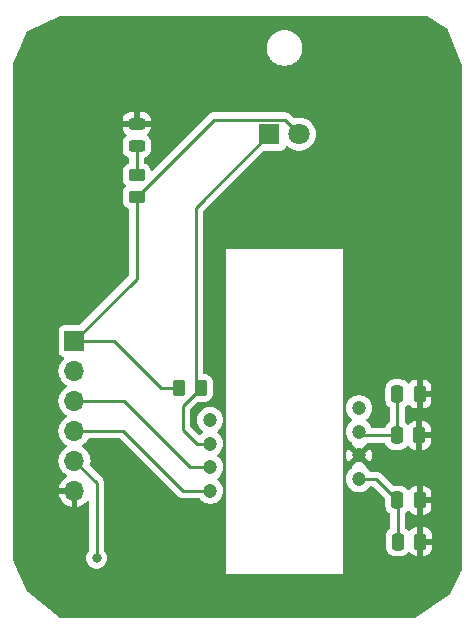
<source format=gbr>
%TF.GenerationSoftware,KiCad,Pcbnew,7.0.8*%
%TF.CreationDate,2023-12-07T15:10:25-06:00*%
%TF.ProjectId,MouseSensors,4d6f7573-6553-4656-9e73-6f72732e6b69,rev?*%
%TF.SameCoordinates,Original*%
%TF.FileFunction,Copper,L1,Top*%
%TF.FilePolarity,Positive*%
%FSLAX46Y46*%
G04 Gerber Fmt 4.6, Leading zero omitted, Abs format (unit mm)*
G04 Created by KiCad (PCBNEW 7.0.8) date 2023-12-07 15:10:25*
%MOMM*%
%LPD*%
G01*
G04 APERTURE LIST*
G04 Aperture macros list*
%AMRoundRect*
0 Rectangle with rounded corners*
0 $1 Rounding radius*
0 $2 $3 $4 $5 $6 $7 $8 $9 X,Y pos of 4 corners*
0 Add a 4 corners polygon primitive as box body*
4,1,4,$2,$3,$4,$5,$6,$7,$8,$9,$2,$3,0*
0 Add four circle primitives for the rounded corners*
1,1,$1+$1,$2,$3*
1,1,$1+$1,$4,$5*
1,1,$1+$1,$6,$7*
1,1,$1+$1,$8,$9*
0 Add four rect primitives between the rounded corners*
20,1,$1+$1,$2,$3,$4,$5,0*
20,1,$1+$1,$4,$5,$6,$7,0*
20,1,$1+$1,$6,$7,$8,$9,0*
20,1,$1+$1,$8,$9,$2,$3,0*%
G04 Aperture macros list end*
%TA.AperFunction,ComponentPad*%
%ADD10C,1.200000*%
%TD*%
%TA.AperFunction,SMDPad,CuDef*%
%ADD11RoundRect,0.250000X0.450000X-0.262500X0.450000X0.262500X-0.450000X0.262500X-0.450000X-0.262500X0*%
%TD*%
%TA.AperFunction,SMDPad,CuDef*%
%ADD12RoundRect,0.250000X-0.262500X-0.450000X0.262500X-0.450000X0.262500X0.450000X-0.262500X0.450000X0*%
%TD*%
%TA.AperFunction,ComponentPad*%
%ADD13R,1.700000X1.700000*%
%TD*%
%TA.AperFunction,ComponentPad*%
%ADD14O,1.700000X1.700000*%
%TD*%
%TA.AperFunction,SMDPad,CuDef*%
%ADD15RoundRect,0.243750X-0.456250X0.243750X-0.456250X-0.243750X0.456250X-0.243750X0.456250X0.243750X0*%
%TD*%
%TA.AperFunction,ComponentPad*%
%ADD16R,1.800000X1.800000*%
%TD*%
%TA.AperFunction,ComponentPad*%
%ADD17C,1.800000*%
%TD*%
%TA.AperFunction,SMDPad,CuDef*%
%ADD18RoundRect,0.250000X-0.250000X-0.475000X0.250000X-0.475000X0.250000X0.475000X-0.250000X0.475000X0*%
%TD*%
%TA.AperFunction,ViaPad*%
%ADD19C,0.800000*%
%TD*%
%TA.AperFunction,Conductor*%
%ADD20C,0.250000*%
%TD*%
G04 APERTURE END LIST*
D10*
%TO.P,U1,1,SDIO*%
%TO.N,5050_SDIO*%
X147717500Y-97200000D03*
%TO.P,U1,2,XY_LED*%
%TO.N,Net-(D1-K)*%
X147717500Y-99200000D03*
%TO.P,U1,3,NReset*%
%TO.N,5050_Reset*%
X147717500Y-101200000D03*
%TO.P,U1,4,NCS*%
%TO.N,5050_NCS*%
X147717500Y-103200000D03*
%TO.P,U1,5,VCC*%
%TO.N,+5V*%
X160317500Y-102200000D03*
%TO.P,U1,6,VSS*%
%TO.N,VSS*%
X160317500Y-100200000D03*
%TO.P,U1,7,REG0*%
%TO.N,Net-(U1-REG0)*%
X160317500Y-98200000D03*
%TO.P,U1,8,SCLK*%
%TO.N,5050_SCLK*%
X160317500Y-96200000D03*
%TD*%
D11*
%TO.P,R2,1*%
%TO.N,+5V*%
X141500000Y-78325000D03*
%TO.P,R2,2*%
%TO.N,Net-(D2-A)*%
X141500000Y-76500000D03*
%TD*%
D12*
%TO.P,R1,1*%
%TO.N,+5V*%
X145087500Y-94500000D03*
%TO.P,R1,2*%
%TO.N,Net-(D1-K)*%
X146912500Y-94500000D03*
%TD*%
D13*
%TO.P,J1,1,Pin_1*%
%TO.N,+5V*%
X136225000Y-90500000D03*
D14*
%TO.P,J1,2,Pin_2*%
%TO.N,5050_SDIO*%
X136225000Y-93040000D03*
%TO.P,J1,3,Pin_3*%
%TO.N,5050_Reset*%
X136225000Y-95580000D03*
%TO.P,J1,4,Pin_4*%
%TO.N,5050_NCS*%
X136225000Y-98120000D03*
%TO.P,J1,5,Pin_5*%
%TO.N,5050_SCLK*%
X136225000Y-100660000D03*
%TO.P,J1,6,Pin_6*%
%TO.N,VSS*%
X136225000Y-103200000D03*
%TD*%
D15*
%TO.P,D2,1,K*%
%TO.N,VSS*%
X141500000Y-72125000D03*
%TO.P,D2,2,A*%
%TO.N,Net-(D2-A)*%
X141500000Y-74000000D03*
%TD*%
D16*
%TO.P,D1,1,K*%
%TO.N,Net-(D1-K)*%
X152725000Y-73000000D03*
D17*
%TO.P,D1,2,A*%
%TO.N,+5V*%
X155265000Y-73000000D03*
%TD*%
D18*
%TO.P,C4,1*%
%TO.N,Net-(U1-REG0)*%
X163550000Y-95000000D03*
%TO.P,C4,2*%
%TO.N,VSS*%
X165450000Y-95000000D03*
%TD*%
%TO.P,C3,1*%
%TO.N,Net-(U1-REG0)*%
X163500000Y-98500000D03*
%TO.P,C3,2*%
%TO.N,VSS*%
X165400000Y-98500000D03*
%TD*%
%TO.P,C2,1*%
%TO.N,+5V*%
X163600000Y-107500000D03*
%TO.P,C2,2*%
%TO.N,VSS*%
X165500000Y-107500000D03*
%TD*%
%TO.P,C1,1*%
%TO.N,+5V*%
X163550000Y-104000000D03*
%TO.P,C1,2*%
%TO.N,VSS*%
X165450000Y-104000000D03*
%TD*%
D19*
%TO.N,5050_SCLK*%
X138100000Y-108900000D03*
%TD*%
D20*
%TO.N,Net-(D1-K)*%
X146500000Y-79225000D02*
X152725000Y-73000000D01*
X146500000Y-94087500D02*
X146500000Y-79225000D01*
X146912500Y-94500000D02*
X146500000Y-94087500D01*
X146600000Y-99200000D02*
X147717500Y-99200000D01*
X145412500Y-98012500D02*
X146600000Y-99200000D01*
X145412500Y-96000000D02*
X145412500Y-98012500D01*
X146912500Y-94500000D02*
X145412500Y-96000000D01*
%TO.N,+5V*%
X139587500Y-90500000D02*
X136225000Y-90500000D01*
X143587500Y-94500000D02*
X139587500Y-90500000D01*
X145087500Y-94500000D02*
X143587500Y-94500000D01*
X148050000Y-71775000D02*
X141500000Y-78325000D01*
X154040000Y-71775000D02*
X148050000Y-71775000D01*
X155265000Y-73000000D02*
X154040000Y-71775000D01*
%TO.N,5050_SCLK*%
X138100000Y-102535000D02*
X136225000Y-100660000D01*
X138100000Y-108900000D02*
X138100000Y-102535000D01*
%TO.N,5050_NCS*%
X136245000Y-98100000D02*
X136225000Y-98120000D01*
X140300000Y-98100000D02*
X136245000Y-98100000D01*
X145400000Y-103200000D02*
X140300000Y-98100000D01*
X147717500Y-103200000D02*
X145400000Y-103200000D01*
%TO.N,5050_Reset*%
X140380000Y-95580000D02*
X136225000Y-95580000D01*
X146000000Y-101200000D02*
X140380000Y-95580000D01*
X147717500Y-101200000D02*
X146000000Y-101200000D01*
%TO.N,Net-(D2-A)*%
X141500000Y-76500000D02*
X141500000Y-74000000D01*
%TO.N,+5V*%
X141500000Y-85225000D02*
X141500000Y-78325000D01*
X136225000Y-90500000D02*
X141500000Y-85225000D01*
%TO.N,Net-(U1-REG0)*%
X163550000Y-95000000D02*
X163550000Y-98450000D01*
X163550000Y-98450000D02*
X163500000Y-98500000D01*
X160617500Y-98500000D02*
X160317500Y-98200000D01*
X163500000Y-98500000D02*
X160617500Y-98500000D01*
%TO.N,+5V*%
X163550000Y-104000000D02*
X161750000Y-102200000D01*
X161750000Y-102200000D02*
X160317500Y-102200000D01*
X163600000Y-104050000D02*
X163550000Y-104000000D01*
X163600000Y-107500000D02*
X163600000Y-104050000D01*
%TD*%
%TA.AperFunction,Conductor*%
%TO.N,VSS*%
G36*
X166028591Y-63016337D02*
G01*
X167713312Y-63979035D01*
X167761751Y-64029386D01*
X167766248Y-64038997D01*
X168989812Y-66975547D01*
X168990462Y-66977108D01*
X169000000Y-67024800D01*
X169000000Y-109970728D01*
X168986909Y-110026182D01*
X168882267Y-110235467D01*
X168870000Y-110260001D01*
X168869951Y-110260099D01*
X168014727Y-111970546D01*
X167972601Y-112018266D01*
X165031239Y-113979174D01*
X164964540Y-113999982D01*
X164962456Y-114000000D01*
X135044263Y-114000000D01*
X134977224Y-113980315D01*
X134965752Y-113971979D01*
X132272390Y-111768319D01*
X132238028Y-111723661D01*
X131561768Y-110235889D01*
X149086916Y-110235889D01*
X149086959Y-110260001D01*
X149087000Y-110260099D01*
X149087116Y-110260382D01*
X149087118Y-110260384D01*
X149087308Y-110260462D01*
X149087500Y-110260541D01*
X149087502Y-110260539D01*
X149112116Y-110260524D01*
X149112116Y-110260528D01*
X149112260Y-110260500D01*
X158912740Y-110260500D01*
X158912883Y-110260528D01*
X158912884Y-110260524D01*
X158937497Y-110260539D01*
X158937500Y-110260541D01*
X158937883Y-110260383D01*
X158938000Y-110260099D01*
X158938041Y-110260000D01*
X158938040Y-110259997D01*
X158938083Y-110235889D01*
X158938000Y-110235467D01*
X158938000Y-102200000D01*
X159212285Y-102200000D01*
X159231102Y-102403082D01*
X159286917Y-102599247D01*
X159286922Y-102599260D01*
X159377827Y-102781821D01*
X159500737Y-102944581D01*
X159651458Y-103081980D01*
X159651460Y-103081982D01*
X159690873Y-103106385D01*
X159824863Y-103189348D01*
X160015044Y-103263024D01*
X160215524Y-103300500D01*
X160215526Y-103300500D01*
X160419474Y-103300500D01*
X160419476Y-103300500D01*
X160619956Y-103263024D01*
X160810137Y-103189348D01*
X160983541Y-103081981D01*
X161111622Y-102965219D01*
X161134262Y-102944581D01*
X161143247Y-102932684D01*
X161186979Y-102874773D01*
X161243088Y-102833137D01*
X161285933Y-102825500D01*
X161439548Y-102825500D01*
X161506587Y-102845185D01*
X161527229Y-102861819D01*
X162513181Y-103847772D01*
X162546666Y-103909095D01*
X162549500Y-103935453D01*
X162549500Y-104525001D01*
X162549501Y-104525019D01*
X162560000Y-104627796D01*
X162560001Y-104627799D01*
X162615115Y-104794119D01*
X162615186Y-104794334D01*
X162707096Y-104943345D01*
X162707289Y-104943657D01*
X162831345Y-105067713D01*
X162831348Y-105067715D01*
X162915595Y-105119678D01*
X162962321Y-105171625D01*
X162974500Y-105225217D01*
X162974500Y-106305621D01*
X162954815Y-106372660D01*
X162915599Y-106411158D01*
X162881346Y-106432285D01*
X162757289Y-106556342D01*
X162665187Y-106705663D01*
X162665185Y-106705668D01*
X162665115Y-106705880D01*
X162610001Y-106872203D01*
X162610001Y-106872204D01*
X162610000Y-106872204D01*
X162599500Y-106974983D01*
X162599500Y-108025001D01*
X162599501Y-108025019D01*
X162610000Y-108127796D01*
X162610001Y-108127799D01*
X162656576Y-108268351D01*
X162665186Y-108294334D01*
X162757288Y-108443656D01*
X162881344Y-108567712D01*
X163030666Y-108659814D01*
X163197203Y-108714999D01*
X163299991Y-108725500D01*
X163900008Y-108725499D01*
X163900016Y-108725498D01*
X163900019Y-108725498D01*
X163956302Y-108719748D01*
X164002797Y-108714999D01*
X164169334Y-108659814D01*
X164318656Y-108567712D01*
X164442712Y-108443656D01*
X164444752Y-108440347D01*
X164446745Y-108438555D01*
X164447193Y-108437989D01*
X164447289Y-108438065D01*
X164496694Y-108393623D01*
X164565656Y-108382395D01*
X164629740Y-108410234D01*
X164655829Y-108440339D01*
X164657681Y-108443341D01*
X164657683Y-108443344D01*
X164781654Y-108567315D01*
X164930875Y-108659356D01*
X164930880Y-108659358D01*
X165097302Y-108714505D01*
X165097309Y-108714506D01*
X165200019Y-108724999D01*
X165249999Y-108724998D01*
X165250000Y-108724998D01*
X165250000Y-107750000D01*
X165750000Y-107750000D01*
X165750000Y-108724999D01*
X165799972Y-108724999D01*
X165799986Y-108724998D01*
X165902697Y-108714505D01*
X166069119Y-108659358D01*
X166069124Y-108659356D01*
X166218345Y-108567315D01*
X166342315Y-108443345D01*
X166434356Y-108294124D01*
X166434358Y-108294119D01*
X166489505Y-108127697D01*
X166489506Y-108127690D01*
X166499999Y-108024986D01*
X166500000Y-108024973D01*
X166500000Y-107750000D01*
X165750000Y-107750000D01*
X165250000Y-107750000D01*
X165250000Y-106275000D01*
X165750000Y-106275000D01*
X165750000Y-107250000D01*
X166499999Y-107250000D01*
X166499999Y-106975028D01*
X166499998Y-106975013D01*
X166489505Y-106872302D01*
X166434358Y-106705880D01*
X166434356Y-106705875D01*
X166342315Y-106556654D01*
X166218345Y-106432684D01*
X166069124Y-106340643D01*
X166069119Y-106340641D01*
X165902697Y-106285494D01*
X165902690Y-106285493D01*
X165799986Y-106275000D01*
X165750000Y-106275000D01*
X165250000Y-106275000D01*
X165249999Y-106274999D01*
X165200029Y-106275000D01*
X165200011Y-106275001D01*
X165097302Y-106285494D01*
X164930880Y-106340641D01*
X164930875Y-106340643D01*
X164781654Y-106432684D01*
X164657683Y-106556655D01*
X164657679Y-106556660D01*
X164655826Y-106559665D01*
X164654018Y-106561290D01*
X164653202Y-106562323D01*
X164653025Y-106562183D01*
X164603874Y-106606385D01*
X164534911Y-106617601D01*
X164470831Y-106589752D01*
X164444753Y-106559653D01*
X164444737Y-106559628D01*
X164442712Y-106556344D01*
X164318656Y-106432288D01*
X164318653Y-106432285D01*
X164284401Y-106411158D01*
X164237678Y-106359210D01*
X164225500Y-106305621D01*
X164225500Y-105161867D01*
X164245185Y-105094828D01*
X164264386Y-105073656D01*
X164263549Y-105072819D01*
X164269053Y-105067315D01*
X164392712Y-104943656D01*
X164394752Y-104940347D01*
X164396745Y-104938555D01*
X164397193Y-104937989D01*
X164397289Y-104938065D01*
X164446694Y-104893623D01*
X164515656Y-104882395D01*
X164579740Y-104910234D01*
X164605829Y-104940339D01*
X164607681Y-104943341D01*
X164607683Y-104943344D01*
X164731654Y-105067315D01*
X164880875Y-105159356D01*
X164880880Y-105159358D01*
X165047302Y-105214505D01*
X165047309Y-105214506D01*
X165150019Y-105224999D01*
X165199999Y-105224998D01*
X165200000Y-105224998D01*
X165200000Y-104250000D01*
X165700000Y-104250000D01*
X165700000Y-105224999D01*
X165749972Y-105224999D01*
X165749986Y-105224998D01*
X165852697Y-105214505D01*
X166019119Y-105159358D01*
X166019124Y-105159356D01*
X166168345Y-105067315D01*
X166292315Y-104943345D01*
X166384356Y-104794124D01*
X166384358Y-104794119D01*
X166439505Y-104627697D01*
X166439506Y-104627690D01*
X166449999Y-104524986D01*
X166450000Y-104524973D01*
X166450000Y-104250000D01*
X165700000Y-104250000D01*
X165200000Y-104250000D01*
X165200000Y-102775000D01*
X165700000Y-102775000D01*
X165700000Y-103750000D01*
X166449999Y-103750000D01*
X166449999Y-103475028D01*
X166449998Y-103475013D01*
X166439505Y-103372302D01*
X166384358Y-103205880D01*
X166384356Y-103205875D01*
X166292315Y-103056654D01*
X166168345Y-102932684D01*
X166019124Y-102840643D01*
X166019119Y-102840641D01*
X165852697Y-102785494D01*
X165852690Y-102785493D01*
X165749986Y-102775000D01*
X165700000Y-102775000D01*
X165200000Y-102775000D01*
X165199999Y-102774999D01*
X165150029Y-102775000D01*
X165150011Y-102775001D01*
X165047302Y-102785494D01*
X164880880Y-102840641D01*
X164880875Y-102840643D01*
X164731654Y-102932684D01*
X164607683Y-103056655D01*
X164607679Y-103056660D01*
X164605826Y-103059665D01*
X164604018Y-103061290D01*
X164603202Y-103062323D01*
X164603025Y-103062183D01*
X164553874Y-103106385D01*
X164484911Y-103117601D01*
X164420831Y-103089752D01*
X164394753Y-103059653D01*
X164394737Y-103059628D01*
X164392712Y-103056344D01*
X164268656Y-102932288D01*
X164119334Y-102840186D01*
X163952797Y-102785001D01*
X163952795Y-102785000D01*
X163850016Y-102774500D01*
X163260453Y-102774500D01*
X163193414Y-102754815D01*
X163172772Y-102738181D01*
X162250803Y-101816212D01*
X162240980Y-101803950D01*
X162240759Y-101804134D01*
X162235786Y-101798123D01*
X162218426Y-101781821D01*
X162185364Y-101750773D01*
X162174919Y-101740328D01*
X162164475Y-101729883D01*
X162158986Y-101725625D01*
X162154561Y-101721847D01*
X162120582Y-101689938D01*
X162120580Y-101689936D01*
X162120577Y-101689935D01*
X162103029Y-101680288D01*
X162086763Y-101669604D01*
X162070933Y-101657325D01*
X162028168Y-101638818D01*
X162022922Y-101636248D01*
X161982093Y-101613803D01*
X161982092Y-101613802D01*
X161962693Y-101608822D01*
X161944281Y-101602518D01*
X161925898Y-101594562D01*
X161925892Y-101594560D01*
X161879874Y-101587272D01*
X161874152Y-101586087D01*
X161829021Y-101574500D01*
X161829019Y-101574500D01*
X161808984Y-101574500D01*
X161789586Y-101572973D01*
X161782162Y-101571797D01*
X161769805Y-101569840D01*
X161769804Y-101569840D01*
X161723416Y-101574225D01*
X161717578Y-101574500D01*
X161285933Y-101574500D01*
X161218894Y-101554815D01*
X161186979Y-101525227D01*
X161134262Y-101455418D01*
X160983541Y-101318019D01*
X160983536Y-101318015D01*
X160950990Y-101297863D01*
X160904354Y-101245835D01*
X160893094Y-101178146D01*
X160898187Y-101134239D01*
X160361901Y-100597953D01*
X160442648Y-100585165D01*
X160555545Y-100527641D01*
X160645141Y-100438045D01*
X160702665Y-100325148D01*
X160715453Y-100244400D01*
X161254965Y-100783912D01*
X161256747Y-100781552D01*
X161256749Y-100781550D01*
X161347613Y-100599069D01*
X161347616Y-100599063D01*
X161403402Y-100402992D01*
X161403403Y-100402989D01*
X161422213Y-100200000D01*
X161422213Y-100199999D01*
X161403403Y-99997010D01*
X161403402Y-99997007D01*
X161347616Y-99800936D01*
X161347613Y-99800930D01*
X161256744Y-99618441D01*
X161254966Y-99616086D01*
X161254965Y-99616085D01*
X160715453Y-100155598D01*
X160702665Y-100074852D01*
X160645141Y-99961955D01*
X160555545Y-99872359D01*
X160442648Y-99814835D01*
X160361901Y-99802046D01*
X160898188Y-99265758D01*
X160897960Y-99263790D01*
X160909788Y-99194929D01*
X160956967Y-99143393D01*
X161021134Y-99125500D01*
X162419699Y-99125500D01*
X162486738Y-99145185D01*
X162532493Y-99197989D01*
X162537403Y-99210492D01*
X162565186Y-99294334D01*
X162657288Y-99443656D01*
X162781344Y-99567712D01*
X162930666Y-99659814D01*
X163097203Y-99714999D01*
X163199991Y-99725500D01*
X163800008Y-99725499D01*
X163800016Y-99725498D01*
X163800019Y-99725498D01*
X163856650Y-99719713D01*
X163902797Y-99714999D01*
X164069334Y-99659814D01*
X164218656Y-99567712D01*
X164342712Y-99443656D01*
X164344752Y-99440347D01*
X164346745Y-99438555D01*
X164347193Y-99437989D01*
X164347289Y-99438065D01*
X164396694Y-99393623D01*
X164465656Y-99382395D01*
X164529740Y-99410234D01*
X164555829Y-99440339D01*
X164557681Y-99443341D01*
X164557683Y-99443344D01*
X164681654Y-99567315D01*
X164830875Y-99659356D01*
X164830880Y-99659358D01*
X164997302Y-99714505D01*
X164997309Y-99714506D01*
X165100019Y-99724999D01*
X165149999Y-99724998D01*
X165150000Y-99724998D01*
X165150000Y-98750000D01*
X165650000Y-98750000D01*
X165650000Y-99724999D01*
X165699972Y-99724999D01*
X165699986Y-99724998D01*
X165802697Y-99714505D01*
X165969119Y-99659358D01*
X165969124Y-99659356D01*
X166118345Y-99567315D01*
X166242315Y-99443345D01*
X166334356Y-99294124D01*
X166334358Y-99294119D01*
X166389505Y-99127697D01*
X166389506Y-99127690D01*
X166399999Y-99024986D01*
X166400000Y-99024973D01*
X166400000Y-98750000D01*
X165650000Y-98750000D01*
X165150000Y-98750000D01*
X165150000Y-97275000D01*
X165650000Y-97275000D01*
X165650000Y-98250000D01*
X166399999Y-98250000D01*
X166399999Y-97975028D01*
X166399998Y-97975013D01*
X166389505Y-97872302D01*
X166334358Y-97705880D01*
X166334356Y-97705875D01*
X166242315Y-97556654D01*
X166118345Y-97432684D01*
X165969124Y-97340643D01*
X165969119Y-97340641D01*
X165802697Y-97285494D01*
X165802690Y-97285493D01*
X165699986Y-97275000D01*
X165650000Y-97275000D01*
X165150000Y-97275000D01*
X165149999Y-97274999D01*
X165100029Y-97275000D01*
X165100011Y-97275001D01*
X164997302Y-97285494D01*
X164830880Y-97340641D01*
X164830875Y-97340643D01*
X164681654Y-97432684D01*
X164557683Y-97556655D01*
X164557679Y-97556660D01*
X164555826Y-97559665D01*
X164554018Y-97561290D01*
X164553202Y-97562323D01*
X164553025Y-97562183D01*
X164503874Y-97606385D01*
X164434911Y-97617601D01*
X164370831Y-97589752D01*
X164344753Y-97559653D01*
X164343317Y-97557325D01*
X164342712Y-97556344D01*
X164218656Y-97432288D01*
X164213549Y-97427181D01*
X164215435Y-97425294D01*
X164182212Y-97378375D01*
X164175500Y-97338132D01*
X164175500Y-96194377D01*
X164195185Y-96127338D01*
X164234406Y-96088837D01*
X164268654Y-96067713D01*
X164268653Y-96067713D01*
X164268656Y-96067712D01*
X164392712Y-95943656D01*
X164394752Y-95940347D01*
X164396745Y-95938555D01*
X164397193Y-95937989D01*
X164397289Y-95938065D01*
X164446694Y-95893623D01*
X164515656Y-95882395D01*
X164579740Y-95910234D01*
X164605829Y-95940339D01*
X164607681Y-95943341D01*
X164607683Y-95943344D01*
X164731654Y-96067315D01*
X164880875Y-96159356D01*
X164880880Y-96159358D01*
X165047302Y-96214505D01*
X165047309Y-96214506D01*
X165150019Y-96224999D01*
X165199999Y-96224998D01*
X165200000Y-96224998D01*
X165200000Y-95250000D01*
X165700000Y-95250000D01*
X165700000Y-96224999D01*
X165749972Y-96224999D01*
X165749986Y-96224998D01*
X165852697Y-96214505D01*
X166019119Y-96159358D01*
X166019124Y-96159356D01*
X166168345Y-96067315D01*
X166292315Y-95943345D01*
X166384356Y-95794124D01*
X166384358Y-95794119D01*
X166439505Y-95627697D01*
X166439506Y-95627690D01*
X166449999Y-95524986D01*
X166450000Y-95524973D01*
X166450000Y-95250000D01*
X165700000Y-95250000D01*
X165200000Y-95250000D01*
X165200000Y-93775000D01*
X165700000Y-93775000D01*
X165700000Y-94750000D01*
X166449999Y-94750000D01*
X166449999Y-94475028D01*
X166449998Y-94475013D01*
X166439505Y-94372302D01*
X166384358Y-94205880D01*
X166384356Y-94205875D01*
X166292315Y-94056654D01*
X166168345Y-93932684D01*
X166019124Y-93840643D01*
X166019119Y-93840641D01*
X165852697Y-93785494D01*
X165852690Y-93785493D01*
X165749986Y-93775000D01*
X165700000Y-93775000D01*
X165200000Y-93775000D01*
X165199999Y-93774999D01*
X165150029Y-93775000D01*
X165150011Y-93775001D01*
X165047302Y-93785494D01*
X164880880Y-93840641D01*
X164880875Y-93840643D01*
X164731654Y-93932684D01*
X164607683Y-94056655D01*
X164607679Y-94056660D01*
X164605826Y-94059665D01*
X164604018Y-94061290D01*
X164603202Y-94062323D01*
X164603025Y-94062183D01*
X164553874Y-94106385D01*
X164484911Y-94117601D01*
X164420831Y-94089752D01*
X164394753Y-94059653D01*
X164394737Y-94059628D01*
X164392712Y-94056344D01*
X164268656Y-93932288D01*
X164119334Y-93840186D01*
X163952797Y-93785001D01*
X163952795Y-93785000D01*
X163850010Y-93774500D01*
X163249998Y-93774500D01*
X163249980Y-93774501D01*
X163147203Y-93785000D01*
X163147200Y-93785001D01*
X162980668Y-93840185D01*
X162980663Y-93840187D01*
X162831342Y-93932289D01*
X162707289Y-94056342D01*
X162615187Y-94205663D01*
X162615185Y-94205668D01*
X162608731Y-94225145D01*
X162560001Y-94372203D01*
X162560001Y-94372204D01*
X162560000Y-94372204D01*
X162549500Y-94474983D01*
X162549500Y-95525001D01*
X162549501Y-95525019D01*
X162560000Y-95627796D01*
X162560001Y-95627799D01*
X162615185Y-95794331D01*
X162615187Y-95794336D01*
X162633548Y-95824104D01*
X162707096Y-95943345D01*
X162707289Y-95943657D01*
X162831345Y-96067713D01*
X162865594Y-96088837D01*
X162912320Y-96140784D01*
X162924500Y-96194377D01*
X162924500Y-97274781D01*
X162904815Y-97341820D01*
X162865597Y-97380319D01*
X162781347Y-97432285D01*
X162781343Y-97432288D01*
X162657289Y-97556342D01*
X162565187Y-97705663D01*
X162565185Y-97705668D01*
X162537405Y-97789504D01*
X162497632Y-97846949D01*
X162433116Y-97873772D01*
X162419699Y-97874500D01*
X161461583Y-97874500D01*
X161394544Y-97854815D01*
X161350583Y-97805771D01*
X161257174Y-97618180D01*
X161134262Y-97455418D01*
X160983542Y-97318019D01*
X160972223Y-97311011D01*
X160963204Y-97305426D01*
X160916569Y-97253401D01*
X160905464Y-97184419D01*
X160933416Y-97120385D01*
X160963203Y-97094573D01*
X160983541Y-97081981D01*
X161134264Y-96944579D01*
X161257173Y-96781821D01*
X161348082Y-96599250D01*
X161403897Y-96403083D01*
X161422715Y-96200000D01*
X161403897Y-95996917D01*
X161348082Y-95800750D01*
X161344888Y-95794336D01*
X161261962Y-95627797D01*
X161257173Y-95618179D01*
X161134264Y-95455421D01*
X161134262Y-95455418D01*
X160983541Y-95318019D01*
X160983539Y-95318017D01*
X160810142Y-95210655D01*
X160810135Y-95210651D01*
X160641146Y-95145185D01*
X160619956Y-95136976D01*
X160419476Y-95099500D01*
X160215524Y-95099500D01*
X160015044Y-95136976D01*
X160015041Y-95136976D01*
X160015041Y-95136977D01*
X159824864Y-95210651D01*
X159824857Y-95210655D01*
X159651460Y-95318017D01*
X159651458Y-95318019D01*
X159500737Y-95455418D01*
X159377827Y-95618178D01*
X159286922Y-95800739D01*
X159286917Y-95800752D01*
X159231102Y-95996917D01*
X159212285Y-96199999D01*
X159212285Y-96200000D01*
X159231102Y-96403082D01*
X159286917Y-96599247D01*
X159286922Y-96599260D01*
X159377827Y-96781821D01*
X159500737Y-96944581D01*
X159630398Y-97062782D01*
X159651459Y-97081981D01*
X159671794Y-97094572D01*
X159671796Y-97094573D01*
X159718431Y-97146601D01*
X159729535Y-97215583D01*
X159701582Y-97279617D01*
X159671796Y-97305427D01*
X159651457Y-97318020D01*
X159500737Y-97455418D01*
X159377827Y-97618178D01*
X159286922Y-97800739D01*
X159286917Y-97800752D01*
X159231102Y-97996917D01*
X159212285Y-98199999D01*
X159212285Y-98200000D01*
X159231102Y-98403082D01*
X159286917Y-98599247D01*
X159286922Y-98599260D01*
X159377827Y-98781821D01*
X159500737Y-98944581D01*
X159651458Y-99081980D01*
X159651460Y-99081982D01*
X159684007Y-99102134D01*
X159730643Y-99154161D01*
X159741904Y-99221850D01*
X159736810Y-99265758D01*
X160273099Y-99802046D01*
X160192352Y-99814835D01*
X160079455Y-99872359D01*
X159989859Y-99961955D01*
X159932335Y-100074852D01*
X159919546Y-100155598D01*
X159380033Y-99616085D01*
X159378254Y-99618443D01*
X159287386Y-99800930D01*
X159287383Y-99800936D01*
X159231597Y-99997007D01*
X159231596Y-99997010D01*
X159212787Y-100199999D01*
X159212787Y-100200000D01*
X159231596Y-100402989D01*
X159231597Y-100402992D01*
X159287383Y-100599063D01*
X159287386Y-100599069D01*
X159378254Y-100781556D01*
X159378255Y-100781557D01*
X159380033Y-100783912D01*
X159919546Y-100244400D01*
X159932335Y-100325148D01*
X159989859Y-100438045D01*
X160079455Y-100527641D01*
X160192352Y-100585165D01*
X160273099Y-100597953D01*
X159736810Y-101134240D01*
X159741905Y-101178148D01*
X159730077Y-101247009D01*
X159684009Y-101297865D01*
X159651457Y-101318020D01*
X159500737Y-101455418D01*
X159377827Y-101618178D01*
X159286922Y-101800739D01*
X159286917Y-101800752D01*
X159231102Y-101996917D01*
X159212285Y-102199999D01*
X159212285Y-102200000D01*
X158938000Y-102200000D01*
X158938000Y-82784759D01*
X158938028Y-82784616D01*
X158938024Y-82784616D01*
X158938039Y-82760002D01*
X158938041Y-82760000D01*
X158937962Y-82759808D01*
X158937884Y-82759618D01*
X158937882Y-82759616D01*
X158937599Y-82759500D01*
X158937500Y-82759459D01*
X158912946Y-82759459D01*
X158912740Y-82759500D01*
X149112260Y-82759500D01*
X149112054Y-82759459D01*
X149087500Y-82759459D01*
X149087401Y-82759500D01*
X149087117Y-82759616D01*
X149087115Y-82759618D01*
X149086959Y-82759999D01*
X149086976Y-82784616D01*
X149086971Y-82784616D01*
X149087000Y-82784759D01*
X149087000Y-110235467D01*
X149086916Y-110235889D01*
X131561768Y-110235889D01*
X131011115Y-109024453D01*
X131000000Y-108973141D01*
X131000000Y-100660000D01*
X134869341Y-100660000D01*
X134889936Y-100895403D01*
X134889938Y-100895413D01*
X134951094Y-101123655D01*
X134951096Y-101123659D01*
X134951097Y-101123663D01*
X135032328Y-101297863D01*
X135050965Y-101337830D01*
X135050967Y-101337834D01*
X135186501Y-101531395D01*
X135186506Y-101531402D01*
X135353597Y-101698493D01*
X135353603Y-101698498D01*
X135398421Y-101729880D01*
X135534979Y-101825499D01*
X135539594Y-101828730D01*
X135583219Y-101883307D01*
X135590413Y-101952805D01*
X135558890Y-102015160D01*
X135539595Y-102031880D01*
X135353922Y-102161890D01*
X135353920Y-102161891D01*
X135186891Y-102328920D01*
X135186886Y-102328926D01*
X135051400Y-102522420D01*
X135051399Y-102522422D01*
X134951570Y-102736507D01*
X134951567Y-102736513D01*
X134894364Y-102949999D01*
X134894364Y-102950000D01*
X135791314Y-102950000D01*
X135765507Y-102990156D01*
X135725000Y-103128111D01*
X135725000Y-103271889D01*
X135765507Y-103409844D01*
X135791314Y-103450000D01*
X134894364Y-103450000D01*
X134951567Y-103663486D01*
X134951570Y-103663492D01*
X135051399Y-103877578D01*
X135186894Y-104071082D01*
X135353917Y-104238105D01*
X135547421Y-104373600D01*
X135761507Y-104473429D01*
X135761516Y-104473433D01*
X135975000Y-104530634D01*
X135975000Y-103635501D01*
X136082685Y-103684680D01*
X136189237Y-103700000D01*
X136260763Y-103700000D01*
X136367315Y-103684680D01*
X136475000Y-103635501D01*
X136475000Y-104530633D01*
X136688483Y-104473433D01*
X136688492Y-104473429D01*
X136902578Y-104373600D01*
X137096082Y-104238105D01*
X137262819Y-104071369D01*
X137324142Y-104037884D01*
X137393834Y-104042868D01*
X137449767Y-104084740D01*
X137474184Y-104150204D01*
X137474500Y-104159050D01*
X137474500Y-108201312D01*
X137454815Y-108268351D01*
X137442650Y-108284284D01*
X137367466Y-108367784D01*
X137272821Y-108531715D01*
X137272818Y-108531722D01*
X137231199Y-108659814D01*
X137214326Y-108711744D01*
X137194540Y-108900000D01*
X137214326Y-109088256D01*
X137214327Y-109088259D01*
X137272818Y-109268277D01*
X137272821Y-109268284D01*
X137367467Y-109432216D01*
X137494129Y-109572888D01*
X137647265Y-109684148D01*
X137647270Y-109684151D01*
X137820192Y-109761142D01*
X137820197Y-109761144D01*
X138005354Y-109800500D01*
X138005355Y-109800500D01*
X138194644Y-109800500D01*
X138194646Y-109800500D01*
X138379803Y-109761144D01*
X138552730Y-109684151D01*
X138705871Y-109572888D01*
X138832533Y-109432216D01*
X138927179Y-109268284D01*
X138985674Y-109088256D01*
X139005460Y-108900000D01*
X138985674Y-108711744D01*
X138927179Y-108531716D01*
X138832533Y-108367784D01*
X138757350Y-108284284D01*
X138727120Y-108221292D01*
X138725500Y-108201312D01*
X138725500Y-102617737D01*
X138727224Y-102602123D01*
X138726938Y-102602096D01*
X138727672Y-102594333D01*
X138725500Y-102525202D01*
X138725500Y-102495651D01*
X138725500Y-102495650D01*
X138724629Y-102488759D01*
X138724172Y-102482945D01*
X138722709Y-102436374D01*
X138722709Y-102436372D01*
X138717120Y-102417137D01*
X138713174Y-102398084D01*
X138710664Y-102378208D01*
X138693501Y-102334859D01*
X138691614Y-102329346D01*
X138691490Y-102328920D01*
X138678617Y-102284610D01*
X138668421Y-102267369D01*
X138659860Y-102249893D01*
X138652486Y-102231269D01*
X138652486Y-102231267D01*
X138641090Y-102215583D01*
X138625083Y-102193550D01*
X138621900Y-102188705D01*
X138598170Y-102148579D01*
X138598165Y-102148573D01*
X138584005Y-102134413D01*
X138571370Y-102119620D01*
X138559593Y-102103412D01*
X138523693Y-102073713D01*
X138519381Y-102069790D01*
X137565237Y-101115646D01*
X137531752Y-101054323D01*
X137533142Y-100995876D01*
X137560063Y-100895408D01*
X137580659Y-100660000D01*
X137560063Y-100424592D01*
X137502739Y-100210652D01*
X137498905Y-100196344D01*
X137498904Y-100196343D01*
X137498903Y-100196337D01*
X137399035Y-99982171D01*
X137372715Y-99944581D01*
X137263494Y-99788597D01*
X137096402Y-99621506D01*
X137096396Y-99621501D01*
X136910842Y-99491575D01*
X136867217Y-99436998D01*
X136860023Y-99367500D01*
X136891546Y-99305145D01*
X136910842Y-99288425D01*
X136947118Y-99263024D01*
X137096401Y-99158495D01*
X137263495Y-98991401D01*
X137399035Y-98797830D01*
X137399375Y-98797100D01*
X137399609Y-98796834D01*
X137401740Y-98793144D01*
X137402481Y-98793572D01*
X137445542Y-98744660D01*
X137511759Y-98725500D01*
X139989548Y-98725500D01*
X140056587Y-98745185D01*
X140077229Y-98761819D01*
X144899197Y-103583788D01*
X144909022Y-103596051D01*
X144909243Y-103595869D01*
X144914214Y-103601878D01*
X144938786Y-103624952D01*
X144964635Y-103649226D01*
X144985529Y-103670120D01*
X144991011Y-103674373D01*
X144995443Y-103678157D01*
X145029418Y-103710062D01*
X145046976Y-103719714D01*
X145063235Y-103730395D01*
X145079064Y-103742673D01*
X145121838Y-103761182D01*
X145127056Y-103763738D01*
X145167908Y-103786197D01*
X145187316Y-103791180D01*
X145205717Y-103797480D01*
X145224104Y-103805437D01*
X145267488Y-103812308D01*
X145270119Y-103812725D01*
X145275839Y-103813909D01*
X145320981Y-103825500D01*
X145341016Y-103825500D01*
X145360414Y-103827026D01*
X145380194Y-103830159D01*
X145380195Y-103830160D01*
X145380195Y-103830159D01*
X145380196Y-103830160D01*
X145426584Y-103825775D01*
X145432422Y-103825500D01*
X146749067Y-103825500D01*
X146816106Y-103845185D01*
X146848021Y-103874773D01*
X146900737Y-103944581D01*
X147051458Y-104081980D01*
X147051460Y-104081982D01*
X147150641Y-104143392D01*
X147224863Y-104189348D01*
X147415044Y-104263024D01*
X147615524Y-104300500D01*
X147615526Y-104300500D01*
X147819474Y-104300500D01*
X147819476Y-104300500D01*
X148019956Y-104263024D01*
X148210137Y-104189348D01*
X148383541Y-104081981D01*
X148534264Y-103944579D01*
X148657173Y-103781821D01*
X148748082Y-103599250D01*
X148803897Y-103403083D01*
X148822715Y-103200000D01*
X148814040Y-103106385D01*
X148803897Y-102996917D01*
X148790548Y-102950000D01*
X148748082Y-102800750D01*
X148740485Y-102785494D01*
X148697915Y-102700000D01*
X148657173Y-102618179D01*
X148564644Y-102495651D01*
X148534262Y-102455418D01*
X148383542Y-102318019D01*
X148372223Y-102311011D01*
X148363204Y-102305426D01*
X148316569Y-102253401D01*
X148305464Y-102184419D01*
X148333416Y-102120385D01*
X148363203Y-102094573D01*
X148383541Y-102081981D01*
X148478886Y-101995063D01*
X148534262Y-101944581D01*
X148580534Y-101883307D01*
X148657173Y-101781821D01*
X148748082Y-101599250D01*
X148803897Y-101403083D01*
X148822715Y-101200000D01*
X148816621Y-101134239D01*
X148803897Y-100996917D01*
X148775013Y-100895403D01*
X148748082Y-100800750D01*
X148657173Y-100618179D01*
X148534264Y-100455421D01*
X148534262Y-100455418D01*
X148383542Y-100318019D01*
X148372223Y-100311011D01*
X148363204Y-100305426D01*
X148316569Y-100253401D01*
X148305464Y-100184419D01*
X148333416Y-100120385D01*
X148363203Y-100094573D01*
X148383541Y-100081981D01*
X148476753Y-99997007D01*
X148534262Y-99944581D01*
X148534264Y-99944579D01*
X148657173Y-99781821D01*
X148748082Y-99599250D01*
X148803897Y-99403083D01*
X148822715Y-99200000D01*
X148818467Y-99154161D01*
X148803897Y-98996917D01*
X148789005Y-98944579D01*
X148748082Y-98800750D01*
X148746132Y-98796834D01*
X148703772Y-98711764D01*
X148657173Y-98618179D01*
X148534264Y-98455421D01*
X148534262Y-98455418D01*
X148383542Y-98318019D01*
X148372223Y-98311011D01*
X148363204Y-98305426D01*
X148316569Y-98253401D01*
X148305464Y-98184419D01*
X148333416Y-98120385D01*
X148363203Y-98094573D01*
X148383541Y-98081981D01*
X148500863Y-97975028D01*
X148534262Y-97944581D01*
X148535120Y-97943445D01*
X148657173Y-97781821D01*
X148748082Y-97599250D01*
X148803897Y-97403083D01*
X148822715Y-97200000D01*
X148803897Y-96996917D01*
X148748082Y-96800750D01*
X148722027Y-96748425D01*
X148703772Y-96711764D01*
X148657173Y-96618179D01*
X148534264Y-96455421D01*
X148534262Y-96455418D01*
X148383541Y-96318019D01*
X148383539Y-96318017D01*
X148210142Y-96210655D01*
X148210135Y-96210651D01*
X148077726Y-96159356D01*
X148019956Y-96136976D01*
X147819476Y-96099500D01*
X147615524Y-96099500D01*
X147415044Y-96136976D01*
X147415041Y-96136976D01*
X147415041Y-96136977D01*
X147224864Y-96210651D01*
X147224857Y-96210655D01*
X147051460Y-96318017D01*
X147051458Y-96318019D01*
X146900737Y-96455418D01*
X146777827Y-96618178D01*
X146686922Y-96800739D01*
X146686917Y-96800752D01*
X146631102Y-96996917D01*
X146612285Y-97199999D01*
X146612285Y-97200000D01*
X146631102Y-97403082D01*
X146686917Y-97599247D01*
X146686922Y-97599260D01*
X146777827Y-97781821D01*
X146900737Y-97944581D01*
X146986007Y-98022314D01*
X147051459Y-98081981D01*
X147071794Y-98094572D01*
X147071796Y-98094573D01*
X147118431Y-98146601D01*
X147129535Y-98215583D01*
X147101582Y-98279617D01*
X147071796Y-98305427D01*
X147051460Y-98318018D01*
X146904155Y-98452303D01*
X146841350Y-98482919D01*
X146771963Y-98474721D01*
X146732936Y-98448346D01*
X146434008Y-98149418D01*
X146074319Y-97789728D01*
X146040834Y-97728405D01*
X146038000Y-97702047D01*
X146038000Y-96310451D01*
X146057685Y-96243412D01*
X146074315Y-96222774D01*
X146560272Y-95736816D01*
X146621593Y-95703333D01*
X146647942Y-95700499D01*
X147225008Y-95700499D01*
X147225016Y-95700498D01*
X147225019Y-95700498D01*
X147281302Y-95694748D01*
X147327797Y-95689999D01*
X147494334Y-95634814D01*
X147643656Y-95542712D01*
X147767712Y-95418656D01*
X147859814Y-95269334D01*
X147914999Y-95102797D01*
X147925500Y-95000009D01*
X147925499Y-93999992D01*
X147914999Y-93897203D01*
X147859814Y-93730666D01*
X147767712Y-93581344D01*
X147643656Y-93457288D01*
X147510406Y-93375099D01*
X147494336Y-93365187D01*
X147494331Y-93365185D01*
X147492862Y-93364698D01*
X147327797Y-93310001D01*
X147327794Y-93310000D01*
X147236897Y-93300714D01*
X147172205Y-93274317D01*
X147132054Y-93217136D01*
X147125500Y-93177356D01*
X147125500Y-79535452D01*
X147145185Y-79468413D01*
X147161819Y-79447771D01*
X152172772Y-74436818D01*
X152234095Y-74403333D01*
X152260453Y-74400499D01*
X153672871Y-74400499D01*
X153672872Y-74400499D01*
X153732483Y-74394091D01*
X153867331Y-74343796D01*
X153982546Y-74257546D01*
X154068796Y-74142331D01*
X154097455Y-74065493D01*
X154139326Y-74009559D01*
X154204790Y-73985141D01*
X154273063Y-73999992D01*
X154304866Y-74024843D01*
X154312302Y-74032920D01*
X154313215Y-74033912D01*
X154313222Y-74033918D01*
X154496365Y-74176464D01*
X154496371Y-74176468D01*
X154496374Y-74176470D01*
X154700497Y-74286936D01*
X154814487Y-74326068D01*
X154920015Y-74362297D01*
X154920017Y-74362297D01*
X154920019Y-74362298D01*
X155148951Y-74400500D01*
X155148952Y-74400500D01*
X155381048Y-74400500D01*
X155381049Y-74400500D01*
X155609981Y-74362298D01*
X155829503Y-74286936D01*
X156033626Y-74176470D01*
X156216784Y-74033913D01*
X156373979Y-73863153D01*
X156500924Y-73668849D01*
X156594157Y-73456300D01*
X156651134Y-73231305D01*
X156651135Y-73231297D01*
X156670300Y-73000006D01*
X156670300Y-72999993D01*
X156651135Y-72768702D01*
X156651133Y-72768691D01*
X156594157Y-72543699D01*
X156500924Y-72331151D01*
X156373983Y-72136852D01*
X156373980Y-72136849D01*
X156373979Y-72136847D01*
X156216784Y-71966087D01*
X156216779Y-71966083D01*
X156216777Y-71966081D01*
X156033634Y-71823535D01*
X156033628Y-71823531D01*
X155829504Y-71713064D01*
X155829495Y-71713061D01*
X155609984Y-71637702D01*
X155438282Y-71609050D01*
X155381049Y-71599500D01*
X155148951Y-71599500D01*
X155110795Y-71605867D01*
X154920014Y-71637702D01*
X154894419Y-71646489D01*
X154824620Y-71649637D01*
X154766478Y-71616888D01*
X154540803Y-71391212D01*
X154530980Y-71378950D01*
X154530759Y-71379134D01*
X154525786Y-71373123D01*
X154507159Y-71355631D01*
X154475364Y-71325773D01*
X154464919Y-71315328D01*
X154454475Y-71304883D01*
X154448986Y-71300625D01*
X154444561Y-71296847D01*
X154410582Y-71264938D01*
X154410580Y-71264936D01*
X154410577Y-71264935D01*
X154393029Y-71255288D01*
X154376763Y-71244604D01*
X154360933Y-71232325D01*
X154318168Y-71213818D01*
X154312922Y-71211248D01*
X154272093Y-71188803D01*
X154272092Y-71188802D01*
X154252693Y-71183822D01*
X154234281Y-71177518D01*
X154215898Y-71169562D01*
X154215892Y-71169560D01*
X154169874Y-71162272D01*
X154164152Y-71161087D01*
X154119021Y-71149500D01*
X154119019Y-71149500D01*
X154098984Y-71149500D01*
X154079586Y-71147973D01*
X154072162Y-71146797D01*
X154059805Y-71144840D01*
X154059804Y-71144840D01*
X154013416Y-71149225D01*
X154007578Y-71149500D01*
X148132743Y-71149500D01*
X148117122Y-71147775D01*
X148117096Y-71148061D01*
X148109334Y-71147327D01*
X148109333Y-71147327D01*
X148040186Y-71149500D01*
X148010649Y-71149500D01*
X148003766Y-71150369D01*
X147997949Y-71150826D01*
X147951373Y-71152290D01*
X147932129Y-71157881D01*
X147913079Y-71161825D01*
X147893211Y-71164334D01*
X147849884Y-71181488D01*
X147844358Y-71183379D01*
X147799614Y-71196379D01*
X147799610Y-71196381D01*
X147782366Y-71206579D01*
X147764905Y-71215133D01*
X147746274Y-71222510D01*
X147746262Y-71222517D01*
X147708570Y-71249902D01*
X147703687Y-71253109D01*
X147663580Y-71276829D01*
X147649414Y-71290995D01*
X147634624Y-71303627D01*
X147618414Y-71315404D01*
X147618411Y-71315407D01*
X147588710Y-71351309D01*
X147584777Y-71355631D01*
X142873394Y-76067014D01*
X142812071Y-76100499D01*
X142742379Y-76095515D01*
X142686446Y-76053643D01*
X142668007Y-76018337D01*
X142634814Y-75918166D01*
X142542712Y-75768844D01*
X142418656Y-75644788D01*
X142269334Y-75552686D01*
X142210493Y-75533188D01*
X142153051Y-75493416D01*
X142126228Y-75428900D01*
X142125500Y-75415483D01*
X142125500Y-75061254D01*
X142145185Y-74994215D01*
X142197989Y-74948460D01*
X142210492Y-74943549D01*
X142272925Y-74922862D01*
X142421003Y-74831526D01*
X142544026Y-74708503D01*
X142635362Y-74560425D01*
X142690087Y-74395275D01*
X142700500Y-74293348D01*
X142700500Y-73706652D01*
X142690087Y-73604725D01*
X142635362Y-73439575D01*
X142635358Y-73439569D01*
X142635357Y-73439566D01*
X142544028Y-73291500D01*
X142544025Y-73291496D01*
X142421003Y-73168474D01*
X142420995Y-73168468D01*
X142419812Y-73167738D01*
X142419171Y-73167025D01*
X142415336Y-73163993D01*
X142415854Y-73163337D01*
X142373091Y-73115787D01*
X142361875Y-73046823D01*
X142389723Y-72982743D01*
X142415123Y-72960738D01*
X142415023Y-72960612D01*
X142417842Y-72958382D01*
X142419832Y-72956659D01*
X142420692Y-72956128D01*
X142543629Y-72833191D01*
X142634903Y-72685214D01*
X142634905Y-72685209D01*
X142689592Y-72520173D01*
X142699999Y-72418315D01*
X142700000Y-72418302D01*
X142700000Y-72375000D01*
X140300000Y-72375000D01*
X140300000Y-72418315D01*
X140310407Y-72520173D01*
X140365094Y-72685209D01*
X140365096Y-72685214D01*
X140456370Y-72833191D01*
X140579309Y-72956130D01*
X140580173Y-72956663D01*
X140580641Y-72957183D01*
X140584977Y-72960612D01*
X140584391Y-72961352D01*
X140626901Y-73008608D01*
X140638126Y-73077570D01*
X140610286Y-73141654D01*
X140584601Y-73163914D01*
X140584664Y-73163993D01*
X140582912Y-73165378D01*
X140580194Y-73167734D01*
X140579005Y-73168467D01*
X140578996Y-73168474D01*
X140455974Y-73291496D01*
X140455971Y-73291500D01*
X140364642Y-73439566D01*
X140364637Y-73439577D01*
X140309913Y-73604723D01*
X140299500Y-73706644D01*
X140299500Y-74293355D01*
X140309913Y-74395276D01*
X140364637Y-74560422D01*
X140364642Y-74560433D01*
X140455971Y-74708499D01*
X140455974Y-74708503D01*
X140578996Y-74831525D01*
X140579000Y-74831528D01*
X140727066Y-74922857D01*
X140727069Y-74922858D01*
X140727075Y-74922862D01*
X140789503Y-74943548D01*
X140846948Y-74983320D01*
X140873772Y-75047836D01*
X140874500Y-75061254D01*
X140874500Y-75415483D01*
X140854815Y-75482522D01*
X140802011Y-75528277D01*
X140789510Y-75533186D01*
X140730666Y-75552686D01*
X140730663Y-75552687D01*
X140581342Y-75644789D01*
X140457289Y-75768842D01*
X140365187Y-75918163D01*
X140365186Y-75918166D01*
X140310001Y-76084703D01*
X140310001Y-76084704D01*
X140310000Y-76084704D01*
X140299500Y-76187483D01*
X140299500Y-76812501D01*
X140299501Y-76812519D01*
X140310000Y-76915296D01*
X140310001Y-76915299D01*
X140365185Y-77081831D01*
X140365187Y-77081836D01*
X140457289Y-77231157D01*
X140550951Y-77324819D01*
X140584436Y-77386142D01*
X140579452Y-77455834D01*
X140550951Y-77500181D01*
X140457289Y-77593842D01*
X140365187Y-77743163D01*
X140365186Y-77743166D01*
X140310001Y-77909703D01*
X140310001Y-77909704D01*
X140310000Y-77909704D01*
X140299500Y-78012483D01*
X140299500Y-78637501D01*
X140299501Y-78637519D01*
X140310000Y-78740296D01*
X140310001Y-78740299D01*
X140365185Y-78906831D01*
X140365187Y-78906836D01*
X140391511Y-78949514D01*
X140457288Y-79056156D01*
X140581344Y-79180212D01*
X140730666Y-79272314D01*
X140730668Y-79272315D01*
X140751110Y-79279088D01*
X140789502Y-79291810D01*
X140846947Y-79331581D01*
X140873772Y-79396096D01*
X140874500Y-79409516D01*
X140874500Y-84914546D01*
X140854815Y-84981585D01*
X140838181Y-85002227D01*
X136727226Y-89113181D01*
X136665903Y-89146666D01*
X136639545Y-89149500D01*
X135327129Y-89149500D01*
X135327123Y-89149501D01*
X135267516Y-89155908D01*
X135132671Y-89206202D01*
X135132664Y-89206206D01*
X135017455Y-89292452D01*
X135017452Y-89292455D01*
X134931206Y-89407664D01*
X134931202Y-89407671D01*
X134880908Y-89542517D01*
X134874501Y-89602116D01*
X134874500Y-89602135D01*
X134874500Y-91397870D01*
X134874501Y-91397876D01*
X134880908Y-91457483D01*
X134931202Y-91592328D01*
X134931206Y-91592335D01*
X135017452Y-91707544D01*
X135017455Y-91707547D01*
X135132664Y-91793793D01*
X135132671Y-91793797D01*
X135264081Y-91842810D01*
X135320015Y-91884681D01*
X135344432Y-91950145D01*
X135329580Y-92018418D01*
X135308430Y-92046673D01*
X135186503Y-92168600D01*
X135050965Y-92362169D01*
X135050964Y-92362171D01*
X134951098Y-92576335D01*
X134951094Y-92576344D01*
X134889938Y-92804586D01*
X134889936Y-92804596D01*
X134869341Y-93039999D01*
X134869341Y-93040000D01*
X134889936Y-93275403D01*
X134889938Y-93275413D01*
X134951094Y-93503655D01*
X134951096Y-93503659D01*
X134951097Y-93503663D01*
X135050965Y-93717830D01*
X135050967Y-93717834D01*
X135101152Y-93789505D01*
X135176563Y-93897203D01*
X135186501Y-93911395D01*
X135186506Y-93911402D01*
X135353597Y-94078493D01*
X135353603Y-94078498D01*
X135539158Y-94208425D01*
X135582783Y-94263002D01*
X135589977Y-94332500D01*
X135558454Y-94394855D01*
X135539158Y-94411575D01*
X135353597Y-94541505D01*
X135186505Y-94708597D01*
X135050965Y-94902169D01*
X135050964Y-94902171D01*
X134951098Y-95116335D01*
X134951094Y-95116344D01*
X134889938Y-95344586D01*
X134889936Y-95344596D01*
X134869341Y-95579999D01*
X134869341Y-95580000D01*
X134889936Y-95815403D01*
X134889938Y-95815413D01*
X134951094Y-96043655D01*
X134951096Y-96043659D01*
X134951097Y-96043663D01*
X135028967Y-96210655D01*
X135050965Y-96257830D01*
X135050967Y-96257834D01*
X135152672Y-96403082D01*
X135186501Y-96451396D01*
X135186506Y-96451402D01*
X135353597Y-96618493D01*
X135353603Y-96618498D01*
X135539158Y-96748425D01*
X135582783Y-96803002D01*
X135589977Y-96872500D01*
X135558454Y-96934855D01*
X135539158Y-96951575D01*
X135353597Y-97081505D01*
X135186505Y-97248597D01*
X135050965Y-97442169D01*
X135050964Y-97442171D01*
X134951098Y-97656335D01*
X134951094Y-97656344D01*
X134889938Y-97884586D01*
X134889936Y-97884596D01*
X134869341Y-98119999D01*
X134869341Y-98120000D01*
X134889936Y-98355403D01*
X134889938Y-98355413D01*
X134951094Y-98583655D01*
X134951096Y-98583659D01*
X134951097Y-98583663D01*
X135034173Y-98761819D01*
X135050965Y-98797830D01*
X135050967Y-98797834D01*
X135186501Y-98991395D01*
X135186506Y-98991402D01*
X135353597Y-99158493D01*
X135353603Y-99158498D01*
X135539158Y-99288425D01*
X135582783Y-99343002D01*
X135589977Y-99412500D01*
X135558454Y-99474855D01*
X135539158Y-99491575D01*
X135353597Y-99621505D01*
X135186505Y-99788597D01*
X135050965Y-99982169D01*
X135050964Y-99982171D01*
X134986514Y-100120385D01*
X134956655Y-100184419D01*
X134951098Y-100196335D01*
X134951094Y-100196344D01*
X134889938Y-100424586D01*
X134889936Y-100424596D01*
X134869341Y-100659999D01*
X134869341Y-100660000D01*
X131000000Y-100660000D01*
X131000000Y-71875000D01*
X140300000Y-71875000D01*
X141250000Y-71875000D01*
X141250000Y-71137500D01*
X141750000Y-71137500D01*
X141750000Y-71875000D01*
X142700000Y-71875000D01*
X142700000Y-71831697D01*
X142699999Y-71831684D01*
X142689592Y-71729826D01*
X142634905Y-71564790D01*
X142634903Y-71564785D01*
X142543629Y-71416808D01*
X142420691Y-71293870D01*
X142272714Y-71202596D01*
X142272709Y-71202594D01*
X142107673Y-71147907D01*
X142005815Y-71137500D01*
X141750000Y-71137500D01*
X141250000Y-71137500D01*
X140994184Y-71137500D01*
X140892326Y-71147907D01*
X140727290Y-71202594D01*
X140727285Y-71202596D01*
X140579308Y-71293870D01*
X140456370Y-71416808D01*
X140365096Y-71564785D01*
X140365094Y-71564790D01*
X140310407Y-71729826D01*
X140300000Y-71831684D01*
X140300000Y-71875000D01*
X131000000Y-71875000D01*
X131000000Y-67026859D01*
X131011115Y-66975547D01*
X131087393Y-66807735D01*
X131590909Y-65700000D01*
X152501857Y-65700000D01*
X152509529Y-65792589D01*
X152509850Y-65796456D01*
X152510062Y-65801579D01*
X152510062Y-65824081D01*
X152513765Y-65846282D01*
X152514399Y-65851365D01*
X152522391Y-65947816D01*
X152522391Y-65947818D01*
X152546154Y-66041657D01*
X152547205Y-66046672D01*
X152550907Y-66068854D01*
X152550909Y-66068862D01*
X152558214Y-66090141D01*
X152559676Y-66095053D01*
X152583435Y-66188874D01*
X152583439Y-66188887D01*
X152622315Y-66277515D01*
X152624177Y-66282286D01*
X152631486Y-66303576D01*
X152631488Y-66303579D01*
X152642198Y-66323371D01*
X152644448Y-66327975D01*
X152683327Y-66416608D01*
X152736264Y-66497634D01*
X152738888Y-66502038D01*
X152749595Y-66521823D01*
X152749598Y-66521828D01*
X152763426Y-66539595D01*
X152766403Y-66543765D01*
X152819334Y-66624782D01*
X152819338Y-66624787D01*
X152884893Y-66696000D01*
X152888206Y-66699911D01*
X152902022Y-66717662D01*
X152918580Y-66732905D01*
X152922194Y-66736519D01*
X152987756Y-66807738D01*
X153064151Y-66867199D01*
X153068047Y-66870499D01*
X153074413Y-66876360D01*
X153084599Y-66885737D01*
X153103436Y-66898044D01*
X153107602Y-66901018D01*
X153183991Y-66960474D01*
X153269140Y-67006554D01*
X153273501Y-67009153D01*
X153292355Y-67021471D01*
X153312994Y-67030524D01*
X153317533Y-67032743D01*
X153402690Y-67078828D01*
X153494254Y-67110262D01*
X153498989Y-67112109D01*
X153519616Y-67121157D01*
X153541432Y-67126681D01*
X153546316Y-67128135D01*
X153617589Y-67152603D01*
X153637885Y-67159571D01*
X153671689Y-67165211D01*
X153733366Y-67175503D01*
X153738379Y-67176555D01*
X153760176Y-67182075D01*
X153760178Y-67182075D01*
X153760185Y-67182077D01*
X153782625Y-67183936D01*
X153787669Y-67184564D01*
X153883165Y-67200500D01*
X153883166Y-67200500D01*
X153979948Y-67200500D01*
X153985061Y-67200711D01*
X154000915Y-67202025D01*
X154007498Y-67202571D01*
X154007500Y-67202571D01*
X154007502Y-67202571D01*
X154014084Y-67202025D01*
X154029938Y-67200711D01*
X154035052Y-67200500D01*
X154131830Y-67200500D01*
X154131835Y-67200500D01*
X154227351Y-67184561D01*
X154232362Y-67183937D01*
X154254815Y-67182077D01*
X154276653Y-67176546D01*
X154281605Y-67175508D01*
X154377114Y-67159571D01*
X154468698Y-67128129D01*
X154473542Y-67126688D01*
X154495384Y-67121157D01*
X154516000Y-67112113D01*
X154520734Y-67110265D01*
X154612310Y-67078828D01*
X154697475Y-67032738D01*
X154702005Y-67030524D01*
X154722645Y-67021471D01*
X154741508Y-67009146D01*
X154745837Y-67006566D01*
X154831009Y-66960474D01*
X154907431Y-66900992D01*
X154911518Y-66898073D01*
X154930398Y-66885739D01*
X154946966Y-66870487D01*
X154950841Y-66867204D01*
X155027244Y-66807738D01*
X155092813Y-66736510D01*
X155096397Y-66732925D01*
X155112977Y-66717663D01*
X155126820Y-66699876D01*
X155130081Y-66696026D01*
X155195664Y-66624785D01*
X155248627Y-66543718D01*
X155251553Y-66539620D01*
X155265402Y-66521828D01*
X155276123Y-66502016D01*
X155278733Y-66497636D01*
X155331673Y-66416607D01*
X155370561Y-66327950D01*
X155372799Y-66323375D01*
X155372801Y-66323371D01*
X155383514Y-66303576D01*
X155390836Y-66282246D01*
X155392662Y-66277564D01*
X155431563Y-66188881D01*
X155455326Y-66095041D01*
X155456778Y-66090162D01*
X155464092Y-66068859D01*
X155467796Y-66046658D01*
X155468840Y-66041677D01*
X155492608Y-65947821D01*
X155500604Y-65851321D01*
X155501233Y-65846282D01*
X155504938Y-65824081D01*
X155505588Y-65792589D01*
X155505783Y-65788812D01*
X155513143Y-65700000D01*
X155505784Y-65611190D01*
X155505588Y-65607407D01*
X155504938Y-65575919D01*
X155501233Y-65553714D01*
X155500603Y-65548666D01*
X155492608Y-65452179D01*
X155468841Y-65358327D01*
X155467795Y-65353334D01*
X155464092Y-65331143D01*
X155464091Y-65331140D01*
X155456783Y-65309850D01*
X155455325Y-65304952D01*
X155431562Y-65211116D01*
X155392685Y-65122487D01*
X155392674Y-65122461D01*
X155390829Y-65117734D01*
X155383514Y-65096424D01*
X155372798Y-65076622D01*
X155370552Y-65072029D01*
X155331673Y-64983393D01*
X155331673Y-64983392D01*
X155278731Y-64902358D01*
X155276107Y-64897954D01*
X155265404Y-64878177D01*
X155265402Y-64878172D01*
X155251580Y-64860413D01*
X155248602Y-64856242D01*
X155195666Y-64775218D01*
X155195665Y-64775217D01*
X155195664Y-64775215D01*
X155165741Y-64742710D01*
X155130106Y-64703999D01*
X155126795Y-64700090D01*
X155112977Y-64682337D01*
X155112973Y-64682332D01*
X155096419Y-64667093D01*
X155092801Y-64663476D01*
X155027244Y-64592262D01*
X154950852Y-64532804D01*
X154946944Y-64529493D01*
X154930398Y-64514261D01*
X154911563Y-64501955D01*
X154907397Y-64498981D01*
X154831009Y-64439526D01*
X154831008Y-64439525D01*
X154831005Y-64439523D01*
X154831003Y-64439522D01*
X154745885Y-64393459D01*
X154741481Y-64390835D01*
X154722645Y-64378529D01*
X154702047Y-64369494D01*
X154697440Y-64367242D01*
X154612311Y-64321172D01*
X154612302Y-64321169D01*
X154520759Y-64289742D01*
X154515984Y-64287879D01*
X154515812Y-64287803D01*
X154495384Y-64278843D01*
X154495380Y-64278842D01*
X154495378Y-64278841D01*
X154473576Y-64273319D01*
X154468666Y-64271858D01*
X154377114Y-64240429D01*
X154281638Y-64224496D01*
X154276623Y-64223444D01*
X154254812Y-64217922D01*
X154254816Y-64217922D01*
X154232395Y-64216065D01*
X154227310Y-64215431D01*
X154131836Y-64199500D01*
X154131835Y-64199500D01*
X154035041Y-64199500D01*
X154029927Y-64199288D01*
X154014055Y-64197973D01*
X154007502Y-64197430D01*
X154007498Y-64197430D01*
X154000944Y-64197973D01*
X153985072Y-64199288D01*
X153979959Y-64199500D01*
X153883165Y-64199500D01*
X153787688Y-64215431D01*
X153782603Y-64216065D01*
X153760188Y-64217922D01*
X153760183Y-64217923D01*
X153738380Y-64223444D01*
X153733366Y-64224495D01*
X153637882Y-64240429D01*
X153546334Y-64271856D01*
X153541427Y-64273317D01*
X153519626Y-64278839D01*
X153519616Y-64278843D01*
X153499010Y-64287881D01*
X153494238Y-64289742D01*
X153402694Y-64321170D01*
X153402683Y-64321175D01*
X153317562Y-64367240D01*
X153312958Y-64369491D01*
X153292354Y-64378529D01*
X153292345Y-64378534D01*
X153273523Y-64390831D01*
X153269121Y-64393455D01*
X153183992Y-64439524D01*
X153183989Y-64439527D01*
X153107606Y-64498977D01*
X153103438Y-64501954D01*
X153084599Y-64514263D01*
X153068042Y-64529503D01*
X153064135Y-64532812D01*
X152987755Y-64592262D01*
X152922197Y-64663476D01*
X152918575Y-64667098D01*
X152902029Y-64682330D01*
X152902014Y-64682346D01*
X152888199Y-64700094D01*
X152884890Y-64704001D01*
X152819336Y-64775215D01*
X152766401Y-64856236D01*
X152763425Y-64860404D01*
X152749599Y-64878170D01*
X152749594Y-64878177D01*
X152738886Y-64897964D01*
X152736263Y-64902365D01*
X152683328Y-64983390D01*
X152644453Y-65072015D01*
X152642204Y-65076615D01*
X152631485Y-65096424D01*
X152624176Y-65117714D01*
X152622314Y-65122487D01*
X152596773Y-65180717D01*
X152583439Y-65211116D01*
X152583436Y-65211122D01*
X152559677Y-65304942D01*
X152558216Y-65309850D01*
X152550908Y-65331140D01*
X152547205Y-65353327D01*
X152546154Y-65358342D01*
X152522391Y-65452178D01*
X152522391Y-65452182D01*
X152514398Y-65548634D01*
X152513765Y-65553714D01*
X152510062Y-65575919D01*
X152510062Y-65598419D01*
X152509850Y-65603535D01*
X152501857Y-65700000D01*
X131590909Y-65700000D01*
X132230759Y-64292329D01*
X132276419Y-64239446D01*
X132292324Y-64230761D01*
X134975547Y-63011115D01*
X135026859Y-63000000D01*
X165967071Y-63000000D01*
X166028591Y-63016337D01*
G37*
%TD.AperFunction*%
%TD*%
M02*

</source>
